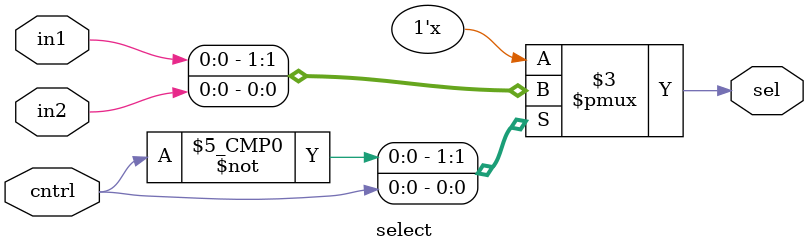
<source format=v>



module select (/*AUTOARG*/
   // Outputs
   sel,
   // Inputs
   in1, in2, cntrl
   );

   input in1;
   input in2;
   input cntrl;
   
   output sel;


   /*AUTOINPUT*/
   /*AUTOOUTPUT*/

   /*AUTOREG*/
   // Beginning of automatic regs (for this module's undeclared outputs)
   reg			sel;
   // End of automatics
   /*AUTOWIRE*/

   always @ * 
     begin

	case(cntrl)
	 1'b0 : begin
	    sel <= in1;
	 end
	  1'b1:begin
	     sel <= in2;
	  end 
	  
	  default: begin
	     sel <= 1'b0;
	  end

	endcase 
      
     end

   
   // Dump all nets to a vcd file called tb.vcd
   initial begin
      $display("-I- VCD dump started...");
      $dumpfile("select.vcd");
      $dumpvars(0,select);
   end

endmodule // select
/*
 Local Variables:
 verilog-library-directories:(
 "."
 )
 End:
 */






</source>
